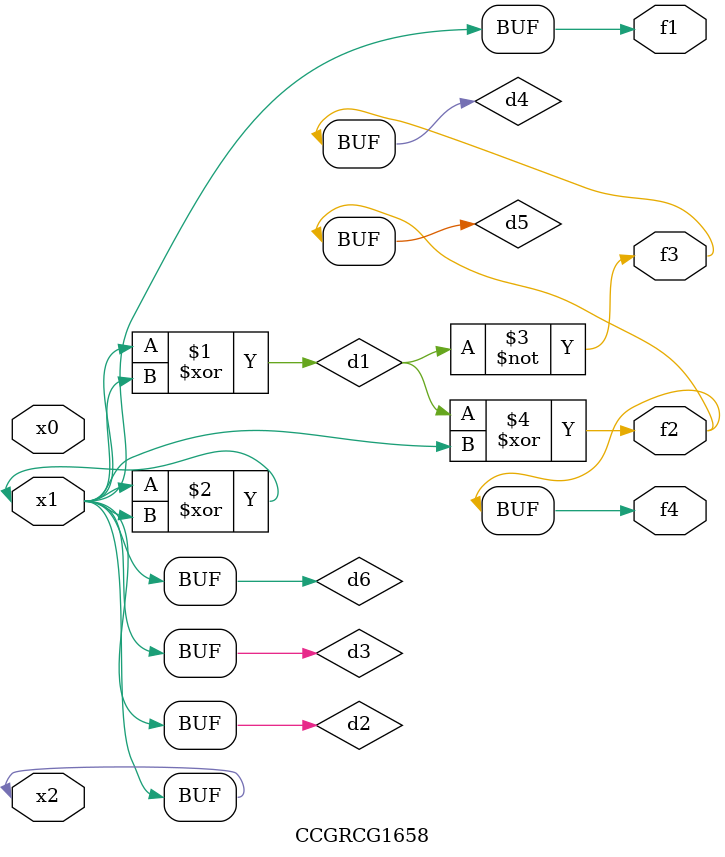
<source format=v>
module CCGRCG1658(
	input x0, x1, x2,
	output f1, f2, f3, f4
);

	wire d1, d2, d3, d4, d5, d6;

	xor (d1, x1, x2);
	buf (d2, x1, x2);
	xor (d3, x1, x2);
	nor (d4, d1);
	xor (d5, d1, d2);
	buf (d6, d2, d3);
	assign f1 = d6;
	assign f2 = d5;
	assign f3 = d4;
	assign f4 = d5;
endmodule

</source>
